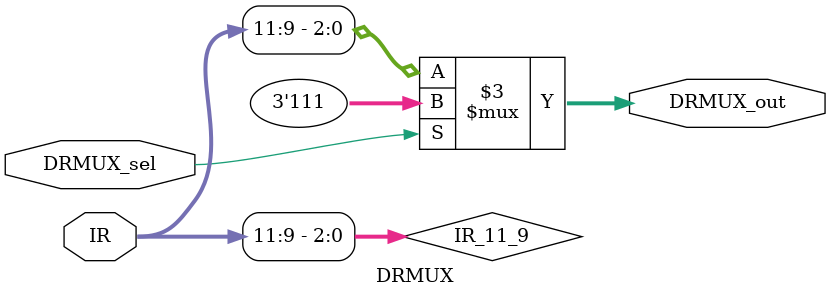
<source format=sv>
module DRMUX (
						input logic [15:0] IR, 
						input logic DRMUX_sel,
						output logic [2:0] DRMUX_out);
						
						logic [2:0] IR_11_9;
						assign IR_11_9 = IR[11:9];
						
						always_comb
						begin
							if (DRMUX_sel) begin
								DRMUX_out = 3'b111;
							end
							
							else begin
								DRMUX_out = IR_11_9;
							end
						end
endmodule
</source>
